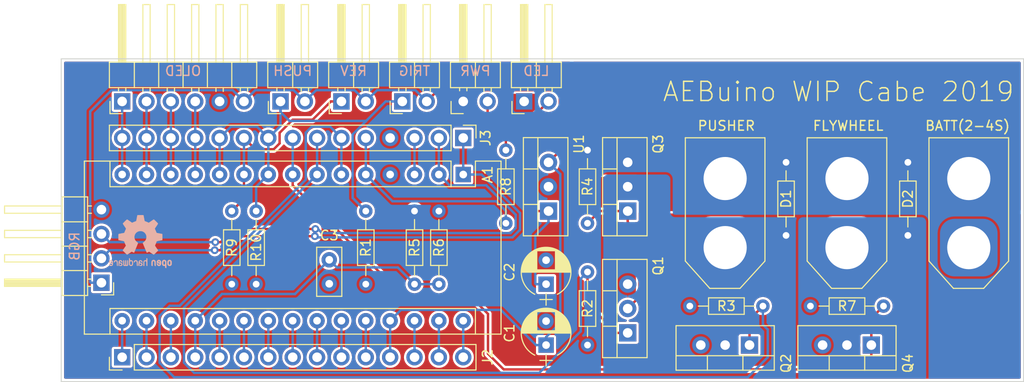
<source format=kicad_pcb>
(kicad_pcb (version 20171130) (host pcbnew "(5.1.4)-1")
  (layers (0 F.Cu signal) (31 B.Cu signal) (34 B.Paste user) (35 F.Paste user) (36 B.SilkS user) (37 F.SilkS user) (38 B.Mask user) (39 F.Mask user) (44 Edge.Cuts user))
  (net 0 "")
  (net 1 +5V)
  (net 2 GND)
  (net 3 +BATT)
  (net 4 "Net-(D1-Pad1)")
  (net 5 "Net-(A1-Pad5)")
  (net 6 "Net-(A1-Pad7)")
  (net 7 "Net-(A1-Pad6)")
  (net 8 "Net-(Q1-Pad2)")
  (net 9 "Net-(A1-Pad16)")
  (net 10 "Net-(A1-Pad15)")
  (net 11 "Net-(A1-Pad30)")
  (net 12 "Net-(A1-Pad14)")
  (net 13 "Net-(A1-Pad29)")
  (net 14 "Net-(A1-Pad13)")
  (net 15 "Net-(A1-Pad28)")
  (net 16 "Net-(A1-Pad12)")
  (net 17 "Net-(A1-Pad11)")
  (net 18 "Net-(A1-Pad26)")
  (net 19 "Net-(A1-Pad10)")
  (net 20 "Net-(A1-Pad25)")
  (net 21 "Net-(A1-Pad24)")
  (net 22 "Net-(A1-Pad8)")
  (net 23 "Net-(A1-Pad23)")
  (net 24 "Net-(A1-Pad22)")
  (net 25 "Net-(A1-Pad21)")
  (net 26 "Net-(A1-Pad20)")
  (net 27 "Net-(A1-Pad19)")
  (net 28 "Net-(A1-Pad3)")
  (net 29 "Net-(A1-Pad18)")
  (net 30 "Net-(A1-Pad2)")
  (net 31 "Net-(A1-Pad17)")
  (net 32 "Net-(A1-Pad1)")
  (net 33 "Net-(D2-Pad1)")
  (net 34 "Net-(C2-Pad1)")
  (net 35 "Net-(LED1-Pad2)")
  (module Symbols:OSHW-Logo2_7.3x6mm_SilkScreen (layer B.Cu) (at 62.865 52.705 180)
    (fp_text reference REF*** hide)
    (fp_text value OSHW-Logo2_7.3x6mm_SilkScreen hide)
  )
  (module Capacitors_THT:CP_Radial_D5.0mm_P2.50mm (layer F.Cu) (at 105.156 63.5 90)
    (fp_text reference C1 (at 1.25 -3.81 90) (layer F.SilkS))
    (fp_text value 10uF)
    (pad 1 thru_hole rect (at 0 0 90) (size 1.6 1.6) (drill 0.8) (layers *.Cu *.Mask) (net 1 +5V))
    (pad 2 thru_hole circle (at 2.5 0 90) (size 1.6 1.6) (drill 0.8) (layers *.Cu *.Mask) (net 2 GND))
  )
  (module Capacitors_THT:CP_Radial_D5.0mm_P2.50mm (layer F.Cu) (at 105.156 57.15 90)
    (fp_text reference C2 (at 1.25 -3.81 90) (layer F.SilkS))
    (fp_text value 10uF)
    (pad 2 thru_hole circle (at 2.5 0 90) (size 1.6 1.6) (drill 0.8) (layers *.Cu *.Mask) (net 2 GND))
    (pad 1 thru_hole rect (at 0 0 90) (size 1.6 1.6) (drill 0.8) (layers *.Cu *.Mask) (net 34 "Net-(C2-Pad1)"))
  )
  (module Resistors_THT:R_Axial_DIN0204_L3.6mm_D1.6mm_P7.62mm_Horizontal (layer F.Cu) (at 130.175 52.07 90)
    (fp_text reference D1 (at 3.81 0 90) (layer F.SilkS))
    (fp_text value DIODE)
    (pad 2 thru_hole oval (at 7.62 0 90) (size 1.4 1.4) (drill 0.7) (layers *.Cu *.Mask) (net 3 +BATT))
    (pad 1 thru_hole circle (at 0 0 90) (size 1.4 1.4) (drill 0.7) (layers *.Cu *.Mask) (net 4 "Net-(D1-Pad1)"))
  )
  (module Connector_AMASS:AMASS_XT60-M_1x02_P7.20mm_Vertical (layer F.Cu) (at 149.225 53.34 90)
    (fp_text reference "BATT(2-4S)" (at 12.7 -0.127) (layer F.SilkS))
    (fp_text value Conn_01x02_Male)
    (pad 2 thru_hole circle (at 7.2 0 90) (size 6 6) (drill 4.5) (layers *.Cu *.Mask) (net 3 +BATT))
    (pad 1 thru_hole roundrect (at 0 0 90) (size 6 6) (drill 4.5) (layers *.Cu *.Mask) (net 2 GND))
  )
  (module Resistors_THT:R_Axial_DIN0204_L3.6mm_D1.6mm_P7.62mm_Horizontal (layer F.Cu) (at 86.36 57.15 90)
    (fp_text reference R1 (at 3.81 0 90) (layer F.SilkS))
    (fp_text value 10K)
    (pad 1 thru_hole circle (at 0 0 90) (size 1.4 1.4) (drill 0.7) (layers *.Cu *.Mask) (net 2 GND))
    (pad 2 thru_hole oval (at 7.62 0 90) (size 1.4 1.4) (drill 0.7) (layers *.Cu *.Mask) (net 17 "Net-(A1-Pad11)"))
  )
  (module Resistors_THT:R_Axial_DIN0204_L3.6mm_D1.6mm_P7.62mm_Horizontal (layer F.Cu) (at 109.474 55.88 270)
    (fp_text reference R2 (at 3.81 0 90) (layer F.SilkS))
    (fp_text value 1K)
    (pad 2 thru_hole oval (at 7.62 0 270) (size 1.4 1.4) (drill 0.7) (layers *.Cu *.Mask) (net 2 GND))
    (pad 1 thru_hole circle (at 0 0 270) (size 1.4 1.4) (drill 0.7) (layers *.Cu *.Mask) (net 6 "Net-(A1-Pad7)"))
  )
  (module Resistors_THT:R_Axial_DIN0204_L3.6mm_D1.6mm_P7.62mm_Horizontal (layer F.Cu) (at 127.762 59.436 180)
    (fp_text reference R3 (at 3.81 0) (layer F.SilkS))
    (fp_text value 1K)
    (pad 1 thru_hole circle (at 0 0 180) (size 1.4 1.4) (drill 0.7) (layers *.Cu *.Mask) (net 7 "Net-(A1-Pad6)"))
    (pad 2 thru_hole oval (at 7.62 0 180) (size 1.4 1.4) (drill 0.7) (layers *.Cu *.Mask) (net 2 GND))
  )
  (module Resistors_THT:R_Axial_DIN0204_L3.6mm_D1.6mm_P7.62mm_Horizontal (layer F.Cu) (at 109.474 50.8 90)
    (fp_text reference R4 (at 3.81 0 90) (layer F.SilkS))
    (fp_text value 10K)
    (pad 2 thru_hole oval (at 7.62 0 90) (size 1.4 1.4) (drill 0.7) (layers *.Cu *.Mask) (net 3 +BATT))
    (pad 1 thru_hole circle (at 0 0 90) (size 1.4 1.4) (drill 0.7) (layers *.Cu *.Mask) (net 8 "Net-(Q1-Pad2)"))
  )
  (module Pin_Headers:Pin_Header_Angled_1x02_Pitch2.54mm (layer F.Cu) (at 90.17 38.1 90)
    (fp_text reference TRIG (at 3.175 1.27) (layer B.SilkS) (effects (justify mirror)))
    (fp_text value SW_Trig)
    (pad 2 thru_hole oval (at 0 2.54 90) (size 1.7 1.7) (drill 1) (layers *.Cu *.Mask) (net 1 +5V))
    (pad 1 thru_hole rect (at 0 0 90) (size 1.7 1.7) (drill 1) (layers *.Cu *.Mask) (net 17 "Net-(A1-Pad11)"))
  )
  (module Modules:Arduino_Nano (layer F.Cu) (at 96.52 45.72 270)
    (fp_text reference A1 (at 0 -2.54 90) (layer F.SilkS))
    (fp_text value Arduino_Nano_v3.x)
    (pad 16 thru_hole oval (at 15.24 35.56 270) (size 1.6 1.6) (drill 0.8) (layers *.Cu *.Mask) (net 9 "Net-(A1-Pad16)"))
    (pad 15 thru_hole oval (at 0 35.56 270) (size 1.6 1.6) (drill 0.8) (layers *.Cu *.Mask) (net 10 "Net-(A1-Pad15)"))
    (pad 30 thru_hole oval (at 15.24 0 270) (size 1.6 1.6) (drill 0.8) (layers *.Cu *.Mask) (net 11 "Net-(A1-Pad30)"))
    (pad 14 thru_hole oval (at 0 33.02 270) (size 1.6 1.6) (drill 0.8) (layers *.Cu *.Mask) (net 12 "Net-(A1-Pad14)"))
    (pad 29 thru_hole oval (at 15.24 2.54 270) (size 1.6 1.6) (drill 0.8) (layers *.Cu *.Mask) (net 13 "Net-(A1-Pad29)"))
    (pad 13 thru_hole oval (at 0 30.48 270) (size 1.6 1.6) (drill 0.8) (layers *.Cu *.Mask) (net 14 "Net-(A1-Pad13)"))
    (pad 28 thru_hole oval (at 15.24 5.08 270) (size 1.6 1.6) (drill 0.8) (layers *.Cu *.Mask) (net 15 "Net-(A1-Pad28)"))
    (pad 12 thru_hole oval (at 0 27.94 270) (size 1.6 1.6) (drill 0.8) (layers *.Cu *.Mask) (net 16 "Net-(A1-Pad12)"))
    (pad 27 thru_hole oval (at 15.24 7.62 270) (size 1.6 1.6) (drill 0.8) (layers *.Cu *.Mask) (net 1 +5V))
    (pad 11 thru_hole oval (at 0 25.4 270) (size 1.6 1.6) (drill 0.8) (layers *.Cu *.Mask) (net 17 "Net-(A1-Pad11)"))
    (pad 26 thru_hole oval (at 15.24 10.16 270) (size 1.6 1.6) (drill 0.8) (layers *.Cu *.Mask) (net 18 "Net-(A1-Pad26)"))
    (pad 10 thru_hole oval (at 0 22.86 270) (size 1.6 1.6) (drill 0.8) (layers *.Cu *.Mask) (net 19 "Net-(A1-Pad10)"))
    (pad 25 thru_hole oval (at 15.24 12.7 270) (size 1.6 1.6) (drill 0.8) (layers *.Cu *.Mask) (net 20 "Net-(A1-Pad25)"))
    (pad 9 thru_hole oval (at 0 20.32 270) (size 1.6 1.6) (drill 0.8) (layers *.Cu *.Mask) (net 17 "Net-(A1-Pad11)"))
    (pad 24 thru_hole oval (at 15.24 15.24 270) (size 1.6 1.6) (drill 0.8) (layers *.Cu *.Mask) (net 21 "Net-(A1-Pad24)"))
    (pad 8 thru_hole oval (at 0 17.78 270) (size 1.6 1.6) (drill 0.8) (layers *.Cu *.Mask) (net 22 "Net-(A1-Pad8)"))
    (pad 23 thru_hole oval (at 15.24 17.78 270) (size 1.6 1.6) (drill 0.8) (layers *.Cu *.Mask) (net 23 "Net-(A1-Pad23)"))
    (pad 7 thru_hole oval (at 0 15.24 270) (size 1.6 1.6) (drill 0.8) (layers *.Cu *.Mask) (net 6 "Net-(A1-Pad7)"))
    (pad 22 thru_hole oval (at 15.24 20.32 270) (size 1.6 1.6) (drill 0.8) (layers *.Cu *.Mask) (net 24 "Net-(A1-Pad22)"))
    (pad 6 thru_hole oval (at 0 12.7 270) (size 1.6 1.6) (drill 0.8) (layers *.Cu *.Mask) (net 7 "Net-(A1-Pad6)"))
    (pad 21 thru_hole oval (at 15.24 22.86 270) (size 1.6 1.6) (drill 0.8) (layers *.Cu *.Mask) (net 25 "Net-(A1-Pad21)"))
    (pad 5 thru_hole oval (at 0 10.16 270) (size 1.6 1.6) (drill 0.8) (layers *.Cu *.Mask) (net 5 "Net-(A1-Pad5)"))
    (pad 20 thru_hole oval (at 15.24 25.4 270) (size 1.6 1.6) (drill 0.8) (layers *.Cu *.Mask) (net 26 "Net-(A1-Pad20)"))
    (pad 4 thru_hole oval (at 0 7.62 270) (size 1.6 1.6) (drill 0.8) (layers *.Cu *.Mask) (net 2 GND))
    (pad 19 thru_hole oval (at 15.24 27.94 270) (size 1.6 1.6) (drill 0.8) (layers *.Cu *.Mask) (net 27 "Net-(A1-Pad19)"))
    (pad 3 thru_hole oval (at 0 5.08 270) (size 1.6 1.6) (drill 0.8) (layers *.Cu *.Mask) (net 28 "Net-(A1-Pad3)"))
    (pad 18 thru_hole oval (at 15.24 30.48 270) (size 1.6 1.6) (drill 0.8) (layers *.Cu *.Mask) (net 29 "Net-(A1-Pad18)"))
    (pad 2 thru_hole oval (at 0 2.54 270) (size 1.6 1.6) (drill 0.8) (layers *.Cu *.Mask) (net 30 "Net-(A1-Pad2)"))
    (pad 17 thru_hole oval (at 15.24 33.02 270) (size 1.6 1.6) (drill 0.8) (layers *.Cu *.Mask) (net 31 "Net-(A1-Pad17)"))
    (pad 1 thru_hole rect (at 0 0 270) (size 1.6 1.6) (drill 0.8) (layers *.Cu *.Mask) (net 32 "Net-(A1-Pad1)"))
  )
  (module TO_SOT_Packages_THT:TO-220-3_Vertical (layer F.Cu) (at 113.665 62.23 90)
    (fp_text reference Q1 (at 6.985 3.175 270) (layer F.SilkS))
    (fp_text value IRF540N)
    (pad 1 thru_hole rect (at 0 0 90) (size 1.8 1.8) (drill 1) (layers *.Cu *.Mask) (net 6 "Net-(A1-Pad7)"))
    (pad 2 thru_hole oval (at 2.54 0 90) (size 1.8 1.8) (drill 1) (layers *.Cu *.Mask) (net 8 "Net-(Q1-Pad2)"))
    (pad 3 thru_hole oval (at 5.08 0 90) (size 1.8 1.8) (drill 1) (layers *.Cu *.Mask) (net 2 GND))
  )
  (module TO_SOT_Packages_THT:TO-220-3_Vertical (layer F.Cu) (at 126.365 63.5 180)
    (fp_text reference Q2 (at -3.81 -1.905 90) (layer F.SilkS))
    (fp_text value IRF540N)
    (pad 3 thru_hole oval (at 5.08 0 180) (size 1.8 1.8) (drill 1) (layers *.Cu *.Mask) (net 2 GND))
    (pad 2 thru_hole oval (at 2.54 0 180) (size 1.8 1.8) (drill 1) (layers *.Cu *.Mask) (net 4 "Net-(D1-Pad1)"))
    (pad 1 thru_hole rect (at 0 0 180) (size 1.8 1.8) (drill 1) (layers *.Cu *.Mask) (net 7 "Net-(A1-Pad6)"))
  )
  (module TO_SOT_Packages_THT:TO-220-3_Vertical (layer F.Cu) (at 113.665 49.53 90)
    (fp_text reference Q3 (at 6.985 3.175 270) (layer F.SilkS))
    (fp_text value IRF4905)
    (pad 3 thru_hole oval (at 5.08 0 90) (size 1.8 1.8) (drill 1) (layers *.Cu *.Mask) (net 3 +BATT))
    (pad 2 thru_hole oval (at 2.54 0 90) (size 1.8 1.8) (drill 1) (layers *.Cu *.Mask) (net 4 "Net-(D1-Pad1)"))
    (pad 1 thru_hole rect (at 0 0 90) (size 1.8 1.8) (drill 1) (layers *.Cu *.Mask) (net 8 "Net-(Q1-Pad2)"))
  )
  (module TO_SOT_Packages_THT:TO-220-3_Vertical (layer F.Cu) (at 105.41 49.53 90)
    (fp_text reference U1 (at 6.985 3.175 90) (layer F.SilkS))
    (fp_text value LM7805_TO220)
    (pad 1 thru_hole rect (at 0 0 90) (size 1.8 1.8) (drill 1) (layers *.Cu *.Mask) (net 34 "Net-(C2-Pad1)"))
    (pad 2 thru_hole oval (at 2.54 0 90) (size 1.8 1.8) (drill 1) (layers *.Cu *.Mask) (net 2 GND))
    (pad 3 thru_hole oval (at 5.08 0 90) (size 1.8 1.8) (drill 1) (layers *.Cu *.Mask) (net 1 +5V))
  )
  (module Connector_AMASS:AMASS_XT60-F_1x02_P7.20mm_Vertical (layer F.Cu) (at 123.825 53.34 90)
    (fp_text reference PUSHER (at 12.7 0.127 180) (layer F.SilkS))
    (fp_text value Motor_DC_Flipped)
    (pad 2 thru_hole circle (at 7.2 0 90) (size 6 6) (drill 4.5) (layers *.Cu *.Mask) (net 3 +BATT))
    (pad 1 thru_hole roundrect (at 0 0 90) (size 6 6) (drill 4.5) (layers *.Cu *.Mask) (net 4 "Net-(D1-Pad1)"))
  )
  (module Pin_Headers:Pin_Header_Straight_1x15_Pitch2.54mm (layer F.Cu) (at 60.96 64.77 90)
    (fp_text reference J2 (at 0 38.1 90) (layer F.SilkS))
    (fp_text value Conn_01x15_Male)
    (pad 15 thru_hole oval (at 0 35.56 90) (size 1.7 1.7) (drill 1) (layers *.Cu *.Mask) (net 11 "Net-(A1-Pad30)"))
    (pad 14 thru_hole oval (at 0 33.02 90) (size 1.7 1.7) (drill 1) (layers *.Cu *.Mask) (net 13 "Net-(A1-Pad29)"))
    (pad 13 thru_hole oval (at 0 30.48 90) (size 1.7 1.7) (drill 1) (layers *.Cu *.Mask) (net 15 "Net-(A1-Pad28)"))
    (pad 12 thru_hole oval (at 0 27.94 90) (size 1.7 1.7) (drill 1) (layers *.Cu *.Mask) (net 1 +5V))
    (pad 11 thru_hole oval (at 0 25.4 90) (size 1.7 1.7) (drill 1) (layers *.Cu *.Mask) (net 18 "Net-(A1-Pad26)"))
    (pad 10 thru_hole oval (at 0 22.86 90) (size 1.7 1.7) (drill 1) (layers *.Cu *.Mask) (net 20 "Net-(A1-Pad25)"))
    (pad 9 thru_hole oval (at 0 20.32 90) (size 1.7 1.7) (drill 1) (layers *.Cu *.Mask) (net 21 "Net-(A1-Pad24)"))
    (pad 8 thru_hole oval (at 0 17.78 90) (size 1.7 1.7) (drill 1) (layers *.Cu *.Mask) (net 23 "Net-(A1-Pad23)"))
    (pad 7 thru_hole oval (at 0 15.24 90) (size 1.7 1.7) (drill 1) (layers *.Cu *.Mask) (net 24 "Net-(A1-Pad22)"))
    (pad 6 thru_hole oval (at 0 12.7 90) (size 1.7 1.7) (drill 1) (layers *.Cu *.Mask) (net 25 "Net-(A1-Pad21)"))
    (pad 5 thru_hole oval (at 0 10.16 90) (size 1.7 1.7) (drill 1) (layers *.Cu *.Mask) (net 26 "Net-(A1-Pad20)"))
    (pad 4 thru_hole oval (at 0 7.62 90) (size 1.7 1.7) (drill 1) (layers *.Cu *.Mask) (net 27 "Net-(A1-Pad19)"))
    (pad 3 thru_hole oval (at 0 5.08 90) (size 1.7 1.7) (drill 1) (layers *.Cu *.Mask) (net 29 "Net-(A1-Pad18)"))
    (pad 2 thru_hole oval (at 0 2.54 90) (size 1.7 1.7) (drill 1) (layers *.Cu *.Mask) (net 31 "Net-(A1-Pad17)"))
    (pad 1 thru_hole rect (at 0 0 90) (size 1.7 1.7) (drill 1) (layers *.Cu *.Mask) (net 9 "Net-(A1-Pad16)"))
  )
  (module Pin_Headers:Pin_Header_Straight_1x15_Pitch2.54mm (layer F.Cu) (at 96.52 41.91 270)
    (fp_text reference J3 (at 0 -2.33 90) (layer F.SilkS))
    (fp_text value Conn_01x15_Male)
    (pad 1 thru_hole rect (at 0 0 270) (size 1.7 1.7) (drill 1) (layers *.Cu *.Mask) (net 32 "Net-(A1-Pad1)"))
    (pad 2 thru_hole oval (at 0 2.54 270) (size 1.7 1.7) (drill 1) (layers *.Cu *.Mask) (net 30 "Net-(A1-Pad2)"))
    (pad 3 thru_hole oval (at 0 5.08 270) (size 1.7 1.7) (drill 1) (layers *.Cu *.Mask) (net 28 "Net-(A1-Pad3)"))
    (pad 4 thru_hole oval (at 0 7.62 270) (size 1.7 1.7) (drill 1) (layers *.Cu *.Mask) (net 2 GND))
    (pad 5 thru_hole oval (at 0 10.16 270) (size 1.7 1.7) (drill 1) (layers *.Cu *.Mask) (net 5 "Net-(A1-Pad5)"))
    (pad 6 thru_hole oval (at 0 12.7 270) (size 1.7 1.7) (drill 1) (layers *.Cu *.Mask) (net 7 "Net-(A1-Pad6)"))
    (pad 7 thru_hole oval (at 0 15.24 270) (size 1.7 1.7) (drill 1) (layers *.Cu *.Mask) (net 6 "Net-(A1-Pad7)"))
    (pad 8 thru_hole oval (at 0 17.78 270) (size 1.7 1.7) (drill 1) (layers *.Cu *.Mask) (net 22 "Net-(A1-Pad8)"))
    (pad 9 thru_hole oval (at 0 20.32 270) (size 1.7 1.7) (drill 1) (layers *.Cu *.Mask) (net 17 "Net-(A1-Pad11)"))
    (pad 10 thru_hole oval (at 0 22.86 270) (size 1.7 1.7) (drill 1) (layers *.Cu *.Mask) (net 19 "Net-(A1-Pad10)"))
    (pad 11 thru_hole oval (at 0 25.4 270) (size 1.7 1.7) (drill 1) (layers *.Cu *.Mask) (net 17 "Net-(A1-Pad11)"))
    (pad 12 thru_hole oval (at 0 27.94 270) (size 1.7 1.7) (drill 1) (layers *.Cu *.Mask) (net 16 "Net-(A1-Pad12)"))
    (pad 13 thru_hole oval (at 0 30.48 270) (size 1.7 1.7) (drill 1) (layers *.Cu *.Mask) (net 14 "Net-(A1-Pad13)"))
    (pad 14 thru_hole oval (at 0 33.02 270) (size 1.7 1.7) (drill 1) (layers *.Cu *.Mask) (net 12 "Net-(A1-Pad14)"))
    (pad 15 thru_hole oval (at 0 35.56 270) (size 1.7 1.7) (drill 1) (layers *.Cu *.Mask) (net 10 "Net-(A1-Pad15)"))
  )
  (module Resistors_THT:R_Axial_DIN0204_L3.6mm_D1.6mm_P7.62mm_Horizontal (layer F.Cu) (at 91.44 49.53 270)
    (fp_text reference R5 (at 3.81 0 90) (layer F.SilkS))
    (fp_text value 10M)
    (pad 1 thru_hole circle (at 0 0 270) (size 1.4 1.4) (drill 0.7) (layers *.Cu *.Mask) (net 3 +BATT))
    (pad 2 thru_hole oval (at 7.62 0 270) (size 1.4 1.4) (drill 0.7) (layers *.Cu *.Mask) (net 27 "Net-(A1-Pad19)"))
  )
  (module Resistors_THT:R_Axial_DIN0204_L3.6mm_D1.6mm_P7.62mm_Horizontal (layer F.Cu) (at 93.98 57.15 90)
    (fp_text reference R6 (at 3.81 0 90) (layer F.SilkS))
    (fp_text value 1M)
    (pad 2 thru_hole oval (at 7.62 0 90) (size 1.4 1.4) (drill 0.7) (layers *.Cu *.Mask) (net 2 GND))
    (pad 1 thru_hole circle (at 0 0 90) (size 1.4 1.4) (drill 0.7) (layers *.Cu *.Mask) (net 27 "Net-(A1-Pad19)"))
  )
  (module Pin_Headers:Pin_Header_Angled_1x06_Pitch2.54mm (layer F.Cu) (at 60.96 38.1 90)
    (fp_text reference OLED (at 3.175 6.35 -180) (layer B.SilkS) (effects (justify mirror)))
    (fp_text value "OLED Display")
    (pad 6 thru_hole oval (at 0 12.7 90) (size 1.7 1.7) (drill 1) (layers *.Cu *.Mask) (net 1 +5V))
    (pad 5 thru_hole oval (at 0 10.16 90) (size 1.7 1.7) (drill 1) (layers *.Cu *.Mask) (net 2 GND))
    (pad 4 thru_hole oval (at 0 7.62 90) (size 1.7 1.7) (drill 1) (layers *.Cu *.Mask) (net 16 "Net-(A1-Pad12)"))
    (pad 3 thru_hole oval (at 0 5.08 90) (size 1.7 1.7) (drill 1) (layers *.Cu *.Mask) (net 14 "Net-(A1-Pad13)"))
    (pad 2 thru_hole oval (at 0 2.54 90) (size 1.7 1.7) (drill 1) (layers *.Cu *.Mask) (net 12 "Net-(A1-Pad14)"))
    (pad 1 thru_hole rect (at 0 0 90) (size 1.7 1.7) (drill 1) (layers *.Cu *.Mask) (net 10 "Net-(A1-Pad15)"))
  )
  (module Resistors_THT:R_Axial_DIN0204_L3.6mm_D1.6mm_P7.62mm_Horizontal (layer F.Cu) (at 142.875 52.07 90)
    (fp_text reference D2 (at 3.81 0 90) (layer F.SilkS))
    (fp_text value DIODE)
    (pad 2 thru_hole oval (at 7.62 0 90) (size 1.4 1.4) (drill 0.7) (layers *.Cu *.Mask) (net 3 +BATT))
    (pad 1 thru_hole circle (at 0 0 90) (size 1.4 1.4) (drill 0.7) (layers *.Cu *.Mask) (net 33 "Net-(D2-Pad1)"))
  )
  (module Connector_AMASS:AMASS_XT60-F_1x02_P7.20mm_Vertical (layer F.Cu) (at 136.525 53.34 90)
    (fp_text reference FLYWHEEL (at 12.7 0.127) (layer F.SilkS))
    (fp_text value Motor_DC_Flipped)
    (pad 2 thru_hole circle (at 7.2 0 90) (size 6 6) (drill 4.5) (layers *.Cu *.Mask) (net 3 +BATT))
    (pad 1 thru_hole roundrect (at 0 0 90) (size 6 6) (drill 4.5) (layers *.Cu *.Mask) (net 33 "Net-(D2-Pad1)"))
  )
  (module TO_SOT_Packages_THT:TO-220-3_Vertical (layer F.Cu) (at 139.065 63.5 180)
    (fp_text reference Q4 (at -3.81 -1.905 90) (layer F.SilkS))
    (fp_text value IRF540N)
    (pad 3 thru_hole oval (at 5.08 0 180) (size 1.8 1.8) (drill 1) (layers *.Cu *.Mask) (net 2 GND))
    (pad 2 thru_hole oval (at 2.54 0 180) (size 1.8 1.8) (drill 1) (layers *.Cu *.Mask) (net 33 "Net-(D2-Pad1)"))
    (pad 1 thru_hole rect (at 0 0 180) (size 1.8 1.8) (drill 1) (layers *.Cu *.Mask) (net 22 "Net-(A1-Pad8)"))
  )
  (module Resistors_THT:R_Axial_DIN0204_L3.6mm_D1.6mm_P7.62mm_Horizontal (layer F.Cu) (at 140.335 59.436 180)
    (fp_text reference R7 (at 3.81 0) (layer F.SilkS))
    (fp_text value 1K)
    (pad 1 thru_hole circle (at 0 0 180) (size 1.4 1.4) (drill 0.7) (layers *.Cu *.Mask) (net 22 "Net-(A1-Pad8)"))
    (pad 2 thru_hole oval (at 7.62 0 180) (size 1.4 1.4) (drill 0.7) (layers *.Cu *.Mask) (net 2 GND))
  )
  (module Capacitors_THT:C_Disc_D5.0mm_W2.5mm_P2.50mm (layer F.Cu) (at 82.55 54.61 270)
    (fp_text reference C3 (at -2.54 0 180) (layer F.SilkS))
    (fp_text value 0.1uf)
    (pad 2 thru_hole circle (at 2.5 0 270) (size 1.6 1.6) (drill 0.8) (layers *.Cu *.Mask) (net 2 GND))
    (pad 1 thru_hole circle (at 0 0 270) (size 1.6 1.6) (drill 0.8) (layers *.Cu *.Mask) (net 27 "Net-(A1-Pad19)"))
  )
  (module Pin_Headers:Pin_Header_Angled_1x02_Pitch2.54mm (layer F.Cu) (at 77.47 38.1 90)
    (fp_text reference PUSH (at 3.175 1.27 180) (layer B.SilkS) (effects (justify mirror)))
    (fp_text value SW_Push)
    (pad 1 thru_hole rect (at 0 0 90) (size 1.7 1.7) (drill 1) (layers *.Cu *.Mask) (net 17 "Net-(A1-Pad11)"))
    (pad 2 thru_hole oval (at 0 2.54 90) (size 1.7 1.7) (drill 1) (layers *.Cu *.Mask) (net 1 +5V))
  )
  (module Resistors_THT:R_Axial_DIN0204_L3.6mm_D1.6mm_P7.62mm_Horizontal (layer F.Cu) (at 100.965 43.18 270)
    (fp_text reference R8 (at 3.81 0 90) (layer F.SilkS))
    (fp_text value 10K)
    (pad 2 thru_hole oval (at 7.62 0 270) (size 1.4 1.4) (drill 0.7) (layers *.Cu *.Mask) (net 5 "Net-(A1-Pad5)"))
    (pad 1 thru_hole circle (at 0 0 270) (size 1.4 1.4) (drill 0.7) (layers *.Cu *.Mask) (net 35 "Net-(LED1-Pad2)"))
  )
  (module Resistors_THT:R_Axial_DIN0204_L3.6mm_D1.6mm_P7.62mm_Horizontal (layer F.Cu) (at 72.39 57.15 90)
    (fp_text reference R9 (at 3.81 0 90) (layer F.SilkS))
    (fp_text value 10K)
    (pad 2 thru_hole oval (at 7.62 0 90) (size 1.4 1.4) (drill 0.7) (layers *.Cu *.Mask) (net 19 "Net-(A1-Pad10)"))
    (pad 1 thru_hole circle (at 0 0 90) (size 1.4 1.4) (drill 0.7) (layers *.Cu *.Mask) (net 2 GND))
  )
  (module Resistors_THT:R_Axial_DIN0204_L3.6mm_D1.6mm_P7.62mm_Horizontal (layer F.Cu) (at 74.93 57.15 90)
    (fp_text reference R10 (at 3.81 0 90) (layer F.SilkS))
    (fp_text value 10K)
    (pad 1 thru_hole circle (at 0 0 90) (size 1.4 1.4) (drill 0.7) (layers *.Cu *.Mask) (net 2 GND))
    (pad 2 thru_hole oval (at 7.62 0 90) (size 1.4 1.4) (drill 0.7) (layers *.Cu *.Mask) (net 17 "Net-(A1-Pad11)"))
  )
  (module Pin_Headers:Pin_Header_Angled_1x02_Pitch2.54mm (layer F.Cu) (at 83.82 38.1 90)
    (fp_text reference REV (at 3.175 1.27 180) (layer B.SilkS) (effects (justify mirror)))
    (fp_text value SW_Rev)
    (pad 2 thru_hole oval (at 0 2.54 90) (size 1.7 1.7) (drill 1) (layers *.Cu *.Mask) (net 1 +5V))
    (pad 1 thru_hole rect (at 0 0 90) (size 1.7 1.7) (drill 1) (layers *.Cu *.Mask) (net 19 "Net-(A1-Pad10)"))
  )
  (module Pin_Headers:Pin_Header_Angled_1x02_Pitch2.54mm (layer F.Cu) (at 96.52 38.1 90)
    (fp_text reference PWR (at 3.175 1.27) (layer B.SilkS) (effects (justify mirror)))
    (fp_text value SW_PWR)
    (pad 2 thru_hole oval (at 0 2.54 90) (size 1.7 1.7) (drill 1) (layers *.Cu *.Mask) (net 34 "Net-(C2-Pad1)"))
    (pad 1 thru_hole rect (at 0 0 90) (size 1.7 1.7) (drill 1) (layers *.Cu *.Mask) (net 3 +BATT))
  )
  (module Pin_Headers:Pin_Header_Angled_1x02_Pitch2.54mm (layer F.Cu) (at 102.87 38.1 90)
    (fp_text reference LED (at 3.175 1.27 -180) (layer B.SilkS) (effects (justify mirror)))
    (fp_text value LED)
    (pad 2 thru_hole oval (at 0 2.54 90) (size 1.7 1.7) (drill 1) (layers *.Cu *.Mask) (net 35 "Net-(LED1-Pad2)"))
    (pad 1 thru_hole rect (at 0 0 90) (size 1.7 1.7) (drill 1) (layers *.Cu *.Mask) (net 2 GND))
  )
  (module Pin_Headers:Pin_Header_Angled_1x04_Pitch2.54mm (layer F.Cu) (at 58.8 57 180)
    (fp_text reference RGB (at 2.8 3.8 -90) (layer B.SilkS) (effects (justify mirror)))
    (fp_text value "Dotstar LED")
    (pad 4 thru_hole oval (at 0 7.62 180) (size 1.7 1.7) (drill 1) (layers *.Cu *.Mask) (net 2 GND))
    (pad 3 thru_hole oval (at 0 5.08 180) (size 1.7 1.7) (drill 1) (layers *.Cu *.Mask) (net 30 "Net-(A1-Pad2)"))
    (pad 2 thru_hole oval (at 0 2.54 180) (size 1.7 1.7) (drill 1) (layers *.Cu *.Mask) (net 32 "Net-(A1-Pad1)"))
    (pad 1 thru_hole rect (at 0 0 180) (size 1.7 1.7) (drill 1) (layers *.Cu *.Mask) (net 1 +5V))
  )
  (gr_text "AEBuino WIP Cabe 2019" (at 135.636 37.084) (layer F.SilkS) (effects (font (size 2 2))))
  (gr_line (start 54.61 33.655) (end 154.94 33.655) (layer Edge.Cuts) (width 0.1))
  (gr_line (start 54.61 67.31) (end 54.61 33.655) (layer Edge.Cuts) (width 0.1))
  (gr_line (start 154.94 67.31) (end 54.61 67.31) (layer Edge.Cuts) (width 0.1))
  (gr_line (start 154.94 33.655) (end 154.94 67.31) (layer Edge.Cuts) (width 0.1))
  (segment (start 74.509999 37.250001) (end 73.66 38.1) (width 0.25) (layer B.Cu) (net 1))
  (segment (start 80.01 38.1) (end 78.834999 36.924999) (width 0.25) (layer B.Cu) (net 1))
  (segment (start 106.635001 61.186001) (end 106.635001 45.675001) (width 0.25) (layer B.Cu) (net 1))
  (segment (start 81.185001 36.924999) (end 80.859999 37.250001) (width 0.25) (layer B.Cu) (net 1))
  (segment (start 92.71 38.1) (end 91.534999 36.924999) (width 0.25) (layer B.Cu) (net 1))
  (segment (start 93.885001 36.924999) (end 93.559999 37.250001) (width 0.25) (layer F.Cu) (net 1))
  (segment (start 93.559999 37.250001) (end 92.71 38.1) (width 0.25) (layer F.Cu) (net 1))
  (segment (start 80.859999 37.250001) (end 80.01 38.1) (width 0.25) (layer B.Cu) (net 1))
  (segment (start 91.534999 36.924999) (end 87.535001 36.924999) (width 0.25) (layer B.Cu) (net 1))
  (segment (start 105.156 62.665002) (end 106.635001 61.186001) (width 0.25) (layer B.Cu) (net 1))
  (segment (start 90.025001 59.834999) (end 100.440999 59.834999) (width 0.25) (layer B.Cu) (net 1))
  (segment (start 86.36 38.1) (end 85.184999 36.924999) (width 0.25) (layer B.Cu) (net 1))
  (segment (start 105.156 63.5) (end 105.156 62.665002) (width 0.25) (layer B.Cu) (net 1))
  (segment (start 106.585001 43.274999) (end 106.585001 37.497001) (width 0.25) (layer F.Cu) (net 1))
  (segment (start 106.635001 45.675001) (end 106.309999 45.349999) (width 0.25) (layer B.Cu) (net 1))
  (segment (start 88.9 60.96) (end 90.025001 59.834999) (width 0.25) (layer B.Cu) (net 1))
  (segment (start 78.834999 36.924999) (end 74.835001 36.924999) (width 0.25) (layer B.Cu) (net 1))
  (segment (start 74.835001 36.924999) (end 74.509999 37.250001) (width 0.25) (layer B.Cu) (net 1))
  (segment (start 85.184999 36.924999) (end 81.185001 36.924999) (width 0.25) (layer B.Cu) (net 1))
  (segment (start 87.535001 36.924999) (end 87.209999 37.250001) (width 0.25) (layer B.Cu) (net 1))
  (segment (start 105.41 44.45) (end 106.585001 43.274999) (width 0.25) (layer F.Cu) (net 1))
  (segment (start 100.440999 59.834999) (end 104.106 63.5) (width 0.25) (layer B.Cu) (net 1))
  (segment (start 106.309999 45.349999) (end 105.41 44.45) (width 0.25) (layer B.Cu) (net 1))
  (segment (start 87.209999 37.250001) (end 86.36 38.1) (width 0.25) (layer B.Cu) (net 1))
  (segment (start 106.585001 37.497001) (end 106.012999 36.924999) (width 0.25) (layer F.Cu) (net 1))
  (segment (start 106.012999 36.924999) (end 93.885001 36.924999) (width 0.25) (layer F.Cu) (net 1))
  (segment (start 88.9 60.96) (end 88.9 64.77) (width 0.25) (layer B.Cu) (net 1))
  (segment (start 104.106 63.5) (end 105.156 63.5) (width 0.25) (layer B.Cu) (net 1))
  (segment (start 72.810001 37.250001) (end 73.66 38.1) (width 0.25) (layer B.Cu) (net 1))
  (segment (start 72.484999 36.924999) (end 72.810001 37.250001) (width 0.25) (layer B.Cu) (net 1))
  (segment (start 57.624999 39.149999) (end 59.849999 36.924999) (width 0.25) (layer B.Cu) (net 1))
  (segment (start 59.849999 36.924999) (end 72.484999 36.924999) (width 0.25) (layer B.Cu) (net 1))
  (segment (start 57.624999 56.924999) (end 57.624999 39.149999) (width 0.25) (layer B.Cu) (net 1))
  (segment (start 57.7 57) (end 57.624999 56.924999) (width 0.25) (layer B.Cu) (net 1))
  (segment (start 58.8 57) (end 57.7 57) (width 0.25) (layer B.Cu) (net 1))
  (segment (start 86.36 41.91) (end 86.36 45.72) (width 0.25) (layer B.Cu) (net 5))
  (segment (start 100.965 49.53) (end 100.965 50.8) (width 0.25) (layer B.Cu) (net 5))
  (segment (start 99.939999 48.504999) (end 100.965 49.53) (width 0.25) (layer B.Cu) (net 5))
  (segment (start 86.36 45.72) (end 89.144999 48.504999) (width 0.25) (layer B.Cu) (net 5))
  (segment (start 89.144999 48.504999) (end 99.939999 48.504999) (width 0.25) (layer B.Cu) (net 5))
  (segment (start 81.28 45.72) (end 81.28 41.91) (width 0.25) (layer B.Cu) (net 6))
  (segment (start 112.515 62.23) (end 113.665 62.23) (width 0.25) (layer F.Cu) (net 6))
  (segment (start 109.474 59.189) (end 112.515 62.23) (width 0.25) (layer F.Cu) (net 6))
  (segment (start 109.474 55.88) (end 109.474 59.189) (width 0.25) (layer F.Cu) (net 6))
  (segment (start 80.480001 46.519999) (end 81.28 45.72) (width 0.25) (layer B.Cu) (net 6))
  (segment (start 67.404999 65.334001) (end 67.404999 59.595001) (width 0.25) (layer B.Cu) (net 6))
  (segment (start 68.466008 66.39501) (end 67.404999 65.334001) (width 0.25) (layer B.Cu) (net 6))
  (segment (start 104.445992 66.39501) (end 68.466008 66.39501) (width 0.25) (layer B.Cu) (net 6))
  (segment (start 108.774001 62.067001) (end 104.445992 66.39501) (width 0.25) (layer B.Cu) (net 6))
  (segment (start 108.774001 56.579999) (end 108.774001 62.067001) (width 0.25) (layer B.Cu) (net 6))
  (segment (start 67.404999 59.595001) (end 80.480001 46.519999) (width 0.25) (layer B.Cu) (net 6))
  (segment (start 109.474 55.88) (end 108.774001 56.579999) (width 0.25) (layer B.Cu) (net 6))
  (segment (start 126.365 60.833) (end 127.762 59.436) (width 0.25) (layer F.Cu) (net 7))
  (segment (start 126.365 63.5) (end 126.365 60.833) (width 0.25) (layer F.Cu) (net 7))
  (segment (start 127.762 61.376002) (end 128.27 61.884002) (width 0.25) (layer B.Cu) (net 7))
  (segment (start 127.762 59.436) (end 127.762 61.376002) (width 0.25) (layer B.Cu) (net 7))
  (segment (start 128.27 61.884002) (end 128.27 64.77) (width 0.25) (layer B.Cu) (net 7))
  (segment (start 82.644999 40.734999) (end 82.970001 41.060001) (width 0.25) (layer B.Cu) (net 7))
  (segment (start 80.104999 41.345999) (end 80.715999 40.734999) (width 0.25) (layer B.Cu) (net 7))
  (segment (start 80.104999 46.258591) (end 80.104999 41.345999) (width 0.25) (layer B.Cu) (net 7))
  (segment (start 66.95499 59.4086) (end 80.104999 46.258591) (width 0.25) (layer B.Cu) (net 7))
  (segment (start 65.926398 59.4086) (end 66.95499 59.4086) (width 0.25) (layer B.Cu) (net 7))
  (segment (start 80.715999 40.734999) (end 82.644999 40.734999) (width 0.25) (layer B.Cu) (net 7))
  (segment (start 64.864999 60.469999) (end 65.926398 59.4086) (width 0.25) (layer B.Cu) (net 7))
  (segment (start 64.864999 65.334001) (end 64.864999 60.469999) (width 0.25) (layer B.Cu) (net 7))
  (segment (start 66.376018 66.84502) (end 64.864999 65.334001) (width 0.25) (layer B.Cu) (net 7))
  (segment (start 126.19498 66.84502) (end 66.376018 66.84502) (width 0.25) (layer B.Cu) (net 7))
  (segment (start 82.970001 41.060001) (end 83.82 41.91) (width 0.25) (layer B.Cu) (net 7))
  (segment (start 128.27 64.77) (end 126.19498 66.84502) (width 0.25) (layer B.Cu) (net 7))
  (segment (start 83.82 45.72) (end 83.82 41.91) (width 0.25) (layer B.Cu) (net 7))
  (segment (start 113.665 50.68) (end 113.665 49.53) (width 0.25) (layer F.Cu) (net 8))
  (segment (start 114.890001 51.905001) (end 113.665 50.68) (width 0.25) (layer F.Cu) (net 8))
  (segment (start 114.890001 58.464999) (end 114.890001 51.905001) (width 0.25) (layer F.Cu) (net 8))
  (segment (start 113.665 59.69) (end 114.890001 58.464999) (width 0.25) (layer F.Cu) (net 8))
  (segment (start 110.744 49.53) (end 109.474 50.8) (width 0.25) (layer F.Cu) (net 8))
  (segment (start 113.665 49.53) (end 110.744 49.53) (width 0.25) (layer F.Cu) (net 8))
  (segment (start 60.96 60.96) (end 60.96 64.77) (width 0.25) (layer B.Cu) (net 9))
  (segment (start 60.96 38.1) (end 60.96 41.91) (width 0.25) (layer B.Cu) (net 10))
  (segment (start 60.96 45.72) (end 60.96 41.91) (width 0.25) (layer B.Cu) (net 10))
  (segment (start 96.52 60.96) (end 96.52 64.77) (width 0.25) (layer B.Cu) (net 11))
  (segment (start 63.5 44.58863) (end 63.5 41.91) (width 0.25) (layer B.Cu) (net 12))
  (segment (start 63.5 45.72) (end 63.5 44.58863) (width 0.25) (layer B.Cu) (net 12))
  (segment (start 63.5 39.302081) (end 63.5 41.91) (width 0.25) (layer B.Cu) (net 12))
  (segment (start 63.5 38.1) (end 63.5 39.302081) (width 0.25) (layer B.Cu) (net 12))
  (segment (start 93.98 60.96) (end 93.98 64.77) (width 0.25) (layer B.Cu) (net 13))
  (segment (start 66.04 41.91) (end 66.04 45.72) (width 0.25) (layer B.Cu) (net 14))
  (segment (start 66.04 40.707919) (end 66.04 38.1) (width 0.25) (layer B.Cu) (net 14))
  (segment (start 66.04 41.91) (end 66.04 40.707919) (width 0.25) (layer B.Cu) (net 14))
  (segment (start 91.44 60.96) (end 91.44 64.77) (width 0.25) (layer B.Cu) (net 15))
  (segment (start 68.58 41.91) (end 68.58 45.72) (width 0.25) (layer B.Cu) (net 16))
  (segment (start 68.58 41.91) (end 68.58 38.1) (width 0.25) (layer B.Cu) (net 16))
  (segment (start 89.07 38.1) (end 90.17 38.1) (width 0.25) (layer B.Cu) (net 17))
  (segment (start 88.430998 38.1) (end 89.07 38.1) (width 0.25) (layer B.Cu) (net 17))
  (segment (start 84.995001 48.165001) (end 84.995001 41.535997) (width 0.25) (layer B.Cu) (net 17))
  (segment (start 86.36 49.53) (end 84.995001 48.165001) (width 0.25) (layer B.Cu) (net 17))
  (segment (start 71.12 45.72) (end 71.12 41.91) (width 0.25) (layer B.Cu) (net 17))
  (segment (start 76.2 45.72) (end 76.2 41.91) (width 0.25) (layer B.Cu) (net 17))
  (segment (start 74.93 46.99) (end 76.2 45.72) (width 0.25) (layer B.Cu) (net 17))
  (segment (start 74.93 49.53) (end 74.93 46.99) (width 0.25) (layer B.Cu) (net 17))
  (segment (start 77.47 40.64) (end 77.47 38.1) (width 0.25) (layer B.Cu) (net 17))
  (segment (start 76.2 41.91) (end 77.47 40.64) (width 0.25) (layer B.Cu) (net 17))
  (segment (start 77.47 39.2) (end 77.47 38.1) (width 0.25) (layer B.Cu) (net 17))
  (segment (start 78.402 40.132) (end 77.47 39.2) (width 0.25) (layer B.Cu) (net 17))
  (segment (start 71.969999 41.060001) (end 71.12 41.91) (width 0.25) (layer B.Cu) (net 17))
  (segment (start 72.295001 40.734999) (end 71.969999 41.060001) (width 0.25) (layer B.Cu) (net 17))
  (segment (start 75.024999 40.734999) (end 72.295001 40.734999) (width 0.25) (layer B.Cu) (net 17))
  (segment (start 76.2 41.91) (end 75.024999 40.734999) (width 0.25) (layer B.Cu) (net 17))
  (segment (start 86.36 40.132) (end 86.379499 40.151499) (width 0.25) (layer B.Cu) (net 17))
  (segment (start 78.402 40.132) (end 86.36 40.132) (width 0.25) (layer B.Cu) (net 17))
  (segment (start 84.995001 41.535997) (end 86.379499 40.151499) (width 0.25) (layer B.Cu) (net 17))
  (segment (start 86.379499 40.151499) (end 88.430998 38.1) (width 0.25) (layer B.Cu) (net 17))
  (segment (start 86.36 60.96) (end 86.36 64.77) (width 0.25) (layer B.Cu) (net 18))
  (segment (start 73.66 41.91) (end 73.66 45.72) (width 0.25) (layer B.Cu) (net 19))
  (segment (start 74.835001 43.085001) (end 74.509999 42.759999) (width 0.25) (layer F.Cu) (net 19))
  (segment (start 76.764001 43.085001) (end 74.835001 43.085001) (width 0.25) (layer F.Cu) (net 19))
  (segment (start 77.375001 42.474001) (end 76.764001 43.085001) (width 0.25) (layer F.Cu) (net 19))
  (segment (start 78.74141 40.005) (end 77.375001 41.371409) (width 0.25) (layer F.Cu) (net 19))
  (segment (start 80.815 40.005) (end 78.74141 40.005) (width 0.25) (layer F.Cu) (net 19))
  (segment (start 74.509999 42.759999) (end 73.66 41.91) (width 0.25) (layer F.Cu) (net 19))
  (segment (start 82.72 38.1) (end 80.815 40.005) (width 0.25) (layer F.Cu) (net 19))
  (segment (start 77.375001 41.371409) (end 77.375001 42.474001) (width 0.25) (layer F.Cu) (net 19))
  (segment (start 83.82 38.1) (end 82.72 38.1) (width 0.25) (layer F.Cu) (net 19))
  (segment (start 73.66 48.26) (end 73.66 45.72) (width 0.25) (layer F.Cu) (net 19))
  (segment (start 72.39 49.53) (end 73.66 48.26) (width 0.25) (layer F.Cu) (net 19))
  (segment (start 83.82 60.96) (end 83.82 64.77) (width 0.25) (layer B.Cu) (net 20))
  (segment (start 81.28 60.96) (end 81.28 64.77) (width 0.25) (layer B.Cu) (net 21))
  (segment (start 78.74 45.72) (end 78.74 41.91) (width 0.25) (layer B.Cu) (net 22))
  (segment (start 139.065 60.706) (end 140.335 59.436) (width 0.25) (layer F.Cu) (net 22))
  (segment (start 139.065 63.5) (end 139.065 60.706) (width 0.25) (layer F.Cu) (net 22))
  (segment (start 137.675 66.04) (end 139.065 64.65) (width 0.25) (layer F.Cu) (net 22))
  (segment (start 100.74 66.04) (end 137.675 66.04) (width 0.25) (layer F.Cu) (net 22))
  (segment (start 78.74 46.85137) (end 90.613641 58.725011) (width 0.25) (layer F.Cu) (net 22))
  (segment (start 139.065 64.65) (end 139.065 63.5) (width 0.25) (layer F.Cu) (net 22))
  (segment (start 78.74 45.72) (end 78.74 46.85137) (width 0.25) (layer F.Cu) (net 22))
  (segment (start 90.613641 58.725011) (end 97.575011 58.725011) (width 0.25) (layer F.Cu) (net 22))
  (segment (start 97.575011 58.725011) (end 99.1 60.25) (width 0.25) (layer F.Cu) (net 22))
  (segment (start 99.1 60.25) (end 99.1 64.4) (width 0.25) (layer F.Cu) (net 22))
  (segment (start 99.1 64.4) (end 100.74 66.04) (width 0.25) (layer F.Cu) (net 22))
  (segment (start 78.74 60.96) (end 78.74 64.77) (width 0.25) (layer B.Cu) (net 23))
  (segment (start 76.2 60.96) (end 76.2 64.77) (width 0.25) (layer B.Cu) (net 24))
  (segment (start 73.66 60.96) (end 73.66 64.77) (width 0.25) (layer B.Cu) (net 25))
  (segment (start 71.12 60.96) (end 71.12 64.77) (width 0.25) (layer B.Cu) (net 26))
  (segment (start 81.750001 55.409999) (end 82.55 54.61) (width 0.25) (layer B.Cu) (net 27))
  (segment (start 78.984999 58.175001) (end 81.750001 55.409999) (width 0.25) (layer B.Cu) (net 27))
  (segment (start 71.364999 58.175001) (end 78.984999 58.175001) (width 0.25) (layer B.Cu) (net 27))
  (segment (start 68.58 60.96) (end 71.364999 58.175001) (width 0.25) (layer B.Cu) (net 27))
  (segment (start 90.740001 56.450001) (end 91.44 57.15) (width 0.25) (layer B.Cu) (net 27))
  (segment (start 89.699999 55.409999) (end 90.740001 56.450001) (width 0.25) (layer B.Cu) (net 27))
  (segment (start 83.349999 55.409999) (end 89.699999 55.409999) (width 0.25) (layer B.Cu) (net 27))
  (segment (start 82.55 54.61) (end 83.349999 55.409999) (width 0.25) (layer B.Cu) (net 27))
  (segment (start 91.44 57.15) (end 93.98 57.15) (width 0.25) (layer B.Cu) (net 27))
  (segment (start 68.58 64.77) (end 68.58 62.992) (width 0.25) (layer B.Cu) (net 27))
  (segment (start 68.58 62.992) (end 68.58 60.96) (width 0.25) (layer B.Cu) (net 27))
  (segment (start 91.44 41.91) (end 91.44 45.72) (width 0.25) (layer B.Cu) (net 28))
  (segment (start 66.04 60.96) (end 66.04 64.77) (width 0.25) (layer B.Cu) (net 29))
  (segment (start 93.98 41.91) (end 93.98 45.72) (width 0.25) (layer B.Cu) (net 30))
  (segment (start 59.649999 52.769999) (end 70.669999 52.769999) (width 0.25) (layer B.Cu) (net 30))
  (segment (start 58.8 51.92) (end 59.649999 52.769999) (width 0.25) (layer B.Cu) (net 30))
  (segment (start 70.669999 52.769999) (end 70.669999 52.769999) (width 0.25) (layer B.Cu) (net 30))
  (via (at 70.669999 52.769999) (size 0.8) (drill 0.4) (layers F.Cu B.Cu) (net 30))
  (segment (start 71.235684 52.769999) (end 72.605683 51.4) (width 0.25) (layer F.Cu) (net 30))
  (segment (start 70.669999 52.769999) (end 71.235684 52.769999) (width 0.25) (layer F.Cu) (net 30))
  (segment (start 72.605683 51.4) (end 81.1 51.4) (width 0.25) (layer F.Cu) (net 30))
  (segment (start 81.1 51.4) (end 81.1 51.4) (width 0.25) (layer F.Cu) (net 30))
  (via (at 81.1 51.4) (size 0.8) (drill 0.4) (layers F.Cu B.Cu) (net 30))
  (segment (start 101.990001 51.292001) (end 101.990001 49.918591) (width 0.25) (layer B.Cu) (net 30))
  (segment (start 98.916411 46.845001) (end 95.105001 46.845001) (width 0.25) (layer B.Cu) (net 30))
  (segment (start 101.457001 51.825001) (end 101.990001 51.292001) (width 0.25) (layer B.Cu) (net 30))
  (segment (start 81.798003 51.825001) (end 101.457001 51.825001) (width 0.25) (layer B.Cu) (net 30))
  (segment (start 94.779999 46.519999) (end 93.98 45.72) (width 0.25) (layer B.Cu) (net 30))
  (segment (start 101.990001 49.918591) (end 98.916411 46.845001) (width 0.25) (layer B.Cu) (net 30))
  (segment (start 81.373002 51.4) (end 81.798003 51.825001) (width 0.25) (layer B.Cu) (net 30))
  (segment (start 95.105001 46.845001) (end 94.779999 46.519999) (width 0.25) (layer B.Cu) (net 30))
  (segment (start 81.1 51.4) (end 81.373002 51.4) (width 0.25) (layer B.Cu) (net 30))
  (segment (start 63.5 63.567919) (end 63.5 60.96) (width 0.25) (layer B.Cu) (net 31))
  (segment (start 63.5 64.77) (end 63.5 63.567919) (width 0.25) (layer B.Cu) (net 31))
  (segment (start 96.52 41.91) (end 96.52 45.72) (width 0.25) (layer B.Cu) (net 32))
  (segment (start 59.649999 53.610001) (end 70.610001 53.610001) (width 0.25) (layer B.Cu) (net 32))
  (segment (start 58.8 54.46) (end 59.649999 53.610001) (width 0.25) (layer B.Cu) (net 32))
  (segment (start 70.610001 53.610001) (end 70.610001 53.610001) (width 0.25) (layer B.Cu) (net 32))
  (via (at 70.610001 53.610001) (size 0.8) (drill 0.4) (layers F.Cu B.Cu) (net 32))
  (segment (start 71.175686 53.610001) (end 72.635687 52.15) (width 0.25) (layer F.Cu) (net 32))
  (segment (start 70.610001 53.610001) (end 71.175686 53.610001) (width 0.25) (layer F.Cu) (net 32))
  (segment (start 72.635687 52.15) (end 81.05 52.15) (width 0.25) (layer F.Cu) (net 32))
  (segment (start 81.05 52.15) (end 81.05 52.15) (width 0.25) (layer F.Cu) (net 32))
  (via (at 81.05 52.15) (size 0.8) (drill 0.4) (layers F.Cu B.Cu) (net 32))
  (segment (start 97.57 45.72) (end 96.52 45.72) (width 0.25) (layer B.Cu) (net 32))
  (segment (start 98.42782 45.72) (end 97.57 45.72) (width 0.25) (layer B.Cu) (net 32))
  (segment (start 102.44001 49.73219) (end 98.42782 45.72) (width 0.25) (layer B.Cu) (net 32))
  (segment (start 102.440011 51.478401) (end 102.44001 49.73219) (width 0.25) (layer B.Cu) (net 32))
  (segment (start 101.643402 52.27501) (end 102.440011 51.478401) (width 0.25) (layer B.Cu) (net 32))
  (segment (start 81.175011 52.275011) (end 101.643402 52.27501) (width 0.25) (layer B.Cu) (net 32))
  (segment (start 81.05 52.15) (end 81.175011 52.275011) (width 0.25) (layer B.Cu) (net 32))
  (segment (start 101.664999 41.210001) (end 100.965 41.91) (width 0.25) (layer F.Cu) (net 35))
  (segment (start 102.299999 41.210001) (end 101.664999 41.210001) (width 0.25) (layer F.Cu) (net 35))
  (segment (start 105.41 38.1) (end 102.299999 41.210001) (width 0.25) (layer F.Cu) (net 35))
  (segment (start 100.965 41.91) (end 100.965 43.18) (width 0.25) (layer F.Cu) (net 35))
  (segment (start 105.41 50.68) (end 105.41 49.53) (width 0.25) (layer B.Cu) (net 34))
  (segment (start 104.030999 52.059001) (end 105.41 50.68) (width 0.25) (layer B.Cu) (net 34))
  (segment (start 104.030999 57.074999) (end 104.030999 52.059001) (width 0.25) (layer B.Cu) (net 34))
  (segment (start 104.106 57.15) (end 104.030999 57.074999) (width 0.25) (layer B.Cu) (net 34))
  (segment (start 105.156 57.15) (end 104.106 57.15) (width 0.25) (layer B.Cu) (net 34))
  (segment (start 104.26 49.53) (end 105.41 49.53) (width 0.25) (layer F.Cu) (net 34))
  (segment (start 99.06 44.33) (end 104.26 49.53) (width 0.25) (layer F.Cu) (net 34))
  (segment (start 99.06 38.1) (end 99.06 44.33) (width 0.25) (layer F.Cu) (net 34))
  (zone (net 3) (net_name +BATT) (layer B.Cu) (connect_pads yes (clearance 0.25)) (min_thickness 0.254) (fill yes (arc_segments 32) (thermal_gap 0.508) (thermal_bridge_width 0.508) (smoothing fillet) (radius 0.5))
    (polygon (pts (xy 154.94 67.31) (xy 54.61 67.31) (xy 54.61 33.655) (xy 154.94 33.655)))
  )
  (zone (net 2) (net_name GND) (layer F.Cu) (connect_pads yes (clearance 0.25)) (min_thickness 0.254) (fill yes (arc_segments 32) (thermal_gap 0.508) (thermal_bridge_width 0.508) (smoothing fillet) (radius 0.5))
    (polygon (pts (xy 154.94 67.31) (xy 54.61 67.31) (xy 54.61 33.655) (xy 154.94 33.655)))
  )
  (zone (net 3) (net_name +BATT) (layer F.Cu) (priority 1) (connect_pads yes (clearance 0.25)) (min_thickness 0.254) (fill yes (arc_segments 32) (thermal_gap 0.508) (thermal_bridge_width 0.508) (smoothing fillet) (radius 0.5))
    (polygon (pts (xy 154.94 33.655) (xy 107.95 33.655) (xy 107.95 45.72) (xy 114.935 45.72) (xy 114.935 49.53) (xy 154.94 49.53)))
  )
  (zone (net 33) (net_name "Net-(D2-Pad1)") (layer B.Cu) (priority 2) (connect_pads yes (clearance 0.25)) (min_thickness 0.254) (fill yes (arc_segments 32) (thermal_gap 0.508) (thermal_bridge_width 0.508) (smoothing fillet) (radius 0.5))
    (polygon (pts (xy 144.78 67.31) (xy 144.78 50.165) (xy 131.445 50.165) (xy 131.445 67.31)))
  )
  (zone (net 4) (net_name "Net-(D1-Pad1)") (layer B.Cu) (priority 1) (connect_pads yes (clearance 0.25)) (min_thickness 0.254) (fill yes (arc_segments 32) (thermal_gap 0.508) (thermal_bridge_width 0.508) (smoothing fillet) (radius 0.5))
    (polygon (pts (xy 132.08 50.165) (xy 118.11 50.165) (xy 118.11 45.72) (xy 111.125 45.72) (xy 111.125 67.31) (xy 132.08 67.31)))
  )
)
</source>
